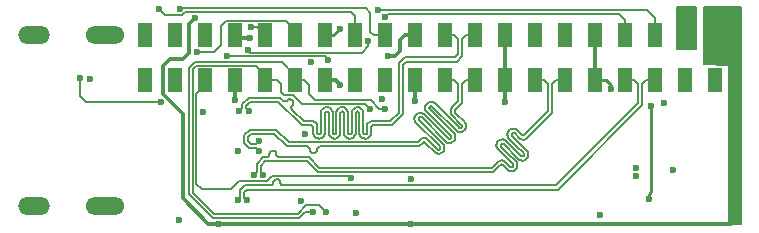
<source format=gbr>
G04 #@! TF.GenerationSoftware,KiCad,Pcbnew,5.1.4+dfsg1-1~bpo9+1*
G04 #@! TF.CreationDate,2020-03-11T10:38:48+01:00*
G04 #@! TF.ProjectId,krtkl-breakybreaky-hdmi-expansion,6b72746b-6c2d-4627-9265-616b79627265,rev?*
G04 #@! TF.SameCoordinates,Original*
G04 #@! TF.FileFunction,Copper,L4,Bot*
G04 #@! TF.FilePolarity,Positive*
%FSLAX46Y46*%
G04 Gerber Fmt 4.6, Leading zero omitted, Abs format (unit mm)*
G04 Created by KiCad (PCBNEW 5.1.4+dfsg1-1~bpo9+1) date 2020-03-11 10:38:48*
%MOMM*%
%LPD*%
G04 APERTURE LIST*
%ADD10O,2.700000X1.500000*%
%ADD11O,3.300000X1.500000*%
%ADD12R,1.200000X2.000000*%
%ADD13C,0.600000*%
%ADD14C,0.300000*%
%ADD15C,0.254000*%
%ADD16C,0.150000*%
G04 APERTURE END LIST*
D10*
X132180000Y-119740000D03*
X132180000Y-105240000D03*
D11*
X138180000Y-105240000D03*
X138180000Y-119740000D03*
D12*
X151760000Y-109082000D03*
X154300000Y-109082000D03*
X182240000Y-109082000D03*
X187320000Y-109082000D03*
X167000000Y-109082000D03*
X144140000Y-109082000D03*
X174620000Y-109082000D03*
X169540000Y-109082000D03*
X146680000Y-109082000D03*
X184780000Y-109082000D03*
X189860000Y-109082000D03*
X164460000Y-109082000D03*
X161920000Y-109082000D03*
X149220000Y-109082000D03*
X177160000Y-109082000D03*
X179700000Y-109082000D03*
X159380000Y-109082000D03*
X156840000Y-109082000D03*
X172080000Y-109082000D03*
X141600000Y-109082000D03*
X141600000Y-105272000D03*
X159380000Y-105272000D03*
X164460000Y-105272000D03*
X144140000Y-105272000D03*
X151760000Y-105272000D03*
X146680000Y-105272000D03*
X161920000Y-105272000D03*
X154300000Y-105272000D03*
X156840000Y-105272000D03*
X149220000Y-105272000D03*
X167000000Y-105272000D03*
X169540000Y-105272000D03*
X172080000Y-105272000D03*
X174620000Y-105272000D03*
X177160000Y-105272000D03*
X179700000Y-105272000D03*
X182240000Y-105272000D03*
X184780000Y-105272000D03*
X187320000Y-105272000D03*
X189860000Y-105272000D03*
D13*
X183147000Y-116490000D03*
X183157000Y-117180000D03*
X186267000Y-116710000D03*
X136940000Y-109015000D03*
X146490000Y-111800000D03*
X158100000Y-109470000D03*
X149420000Y-115050000D03*
X144470000Y-120870000D03*
X154780000Y-119340000D03*
X164110000Y-117430000D03*
X159440000Y-120310000D03*
X155140000Y-113590000D03*
X185490000Y-110970000D03*
X149220000Y-110740000D03*
X150490000Y-105520000D03*
X155590000Y-107575000D03*
X164470000Y-110820000D03*
X162120000Y-107020000D03*
X161610000Y-110660000D03*
X172080000Y-110940000D03*
X181020000Y-109860000D03*
X180110000Y-120510000D03*
X158080000Y-104720000D03*
X191520000Y-120180000D03*
X191520000Y-120940000D03*
X191520000Y-117860000D03*
X191520000Y-118630000D03*
X191520000Y-119410000D03*
X164079999Y-121239999D03*
X145820000Y-103820000D03*
X190070000Y-103350000D03*
X147830000Y-121235010D03*
X136080000Y-108880000D03*
X142920000Y-110930000D03*
X149560000Y-111640000D03*
X149410000Y-119240000D03*
X150210000Y-119240000D03*
X150800000Y-117060000D03*
X151600000Y-117060000D03*
X151217306Y-115038637D03*
X151217306Y-114238637D03*
X150360000Y-111640000D03*
X142760000Y-103052331D03*
X150510000Y-104580000D03*
X144500000Y-103010000D03*
X145956697Y-106720000D03*
X158990000Y-117370000D03*
X156880000Y-120210000D03*
X160640000Y-111500000D03*
X155840000Y-120200000D03*
X161930000Y-111500000D03*
X161920000Y-103720000D03*
X161290000Y-103140000D03*
X187230000Y-103360000D03*
X157100000Y-107360000D03*
X148520000Y-107031976D03*
X150320000Y-106500000D03*
X160483768Y-105736232D03*
X184257000Y-119120000D03*
X184400000Y-111230000D03*
D14*
X149220000Y-109082000D02*
X149220000Y-110740000D01*
X149298000Y-105350000D02*
X149220000Y-105272000D01*
X157712000Y-109082000D02*
X158100000Y-109470000D01*
X156840000Y-109082000D02*
X157712000Y-109082000D01*
X164460000Y-110810000D02*
X164470000Y-110820000D01*
X164460000Y-109082000D02*
X164460000Y-110810000D01*
X172080000Y-105272000D02*
X172080000Y-109082000D01*
X172080000Y-109082000D02*
X172080000Y-110940000D01*
X179700000Y-105272000D02*
X179700000Y-109082000D01*
X163560000Y-105272000D02*
X163150000Y-105682000D01*
X164460000Y-105272000D02*
X163560000Y-105272000D01*
X163150000Y-105682000D02*
X163150000Y-106580000D01*
X162710000Y-107020000D02*
X162120000Y-107020000D01*
X163150000Y-106580000D02*
X162710000Y-107020000D01*
D15*
X157528000Y-105272000D02*
X158080000Y-104720000D01*
X156840000Y-105272000D02*
X157528000Y-105272000D01*
X180632000Y-109082000D02*
X181020000Y-109470000D01*
X181020000Y-109470000D02*
X181020000Y-109860000D01*
X179700000Y-109082000D02*
X180632000Y-109082000D01*
X149468000Y-105520000D02*
X149220000Y-105272000D01*
D14*
X150490000Y-105520000D02*
X149468000Y-105520000D01*
X191220001Y-121239999D02*
X191520000Y-120940000D01*
X164079999Y-121239999D02*
X191220001Y-121239999D01*
X164079999Y-121239999D02*
X147834989Y-121239999D01*
X147834989Y-121239999D02*
X147830000Y-121235010D01*
X144830000Y-107240000D02*
X143710000Y-107240000D01*
X146935010Y-121235010D02*
X147405736Y-121235010D01*
X145300000Y-104340000D02*
X145300000Y-106770000D01*
X145820000Y-103820000D02*
X145300000Y-104340000D01*
X145300000Y-106770000D02*
X144830000Y-107240000D01*
X144780000Y-111936038D02*
X144780000Y-119080000D01*
X143710000Y-107240000D02*
X143100000Y-107850000D01*
X143100000Y-107850000D02*
X143100000Y-110256038D01*
X143100000Y-110256038D02*
X144780000Y-111936038D01*
X147405736Y-121235010D02*
X147830000Y-121235010D01*
X144780000Y-119080000D02*
X146935010Y-121235010D01*
D16*
X136080000Y-108880000D02*
X136080000Y-110410000D01*
X136080000Y-110410000D02*
X136600000Y-110930000D01*
X136600000Y-110930000D02*
X142920000Y-110930000D01*
X167750000Y-105272000D02*
X167000000Y-105272000D01*
X168095000Y-106877512D02*
X168095000Y-105617000D01*
X163547512Y-107145000D02*
X167827512Y-107145000D01*
X163055000Y-107637512D02*
X163547512Y-107145000D01*
X163055000Y-111817512D02*
X163055000Y-107637512D01*
X162327512Y-112545000D02*
X163055000Y-111817512D01*
X160631702Y-112591654D02*
X160731276Y-112556811D01*
X160542377Y-112647781D02*
X160631702Y-112591654D01*
X160361239Y-113550250D02*
X160365000Y-113516872D01*
X160350145Y-113581954D02*
X160361239Y-113550250D01*
X160332274Y-113610395D02*
X160350145Y-113581954D01*
X160280082Y-113652017D02*
X160308523Y-113634146D01*
X160248378Y-113663111D02*
X160280082Y-113652017D01*
X160149917Y-113652017D02*
X160181621Y-113663111D01*
X160121476Y-113634146D02*
X160149917Y-113652017D01*
X160097725Y-113610395D02*
X160121476Y-113634146D01*
X160079854Y-113581954D02*
X160097725Y-113610395D01*
X160065000Y-113516872D02*
X160068760Y-113550250D01*
X160376811Y-112911276D02*
X160411654Y-112811702D01*
X160053188Y-111739405D02*
X160065000Y-111844237D01*
X160365000Y-113016108D02*
X160376811Y-112911276D01*
X160018345Y-111639831D02*
X160053188Y-111739405D01*
X159798297Y-111419783D02*
X159887622Y-111475910D01*
X160836108Y-112545000D02*
X162327512Y-112545000D01*
X159593891Y-111373128D02*
X159698723Y-111384940D01*
X159536108Y-111373128D02*
X159593891Y-111373128D01*
X160065000Y-111844237D02*
X160065000Y-113516872D01*
X159242377Y-111475910D02*
X159331702Y-111419783D01*
X159111654Y-111639831D02*
X159167781Y-111550506D01*
X160308523Y-113634146D02*
X160332274Y-113610395D01*
X159050145Y-113581954D02*
X159061239Y-113550250D01*
X159032274Y-113610395D02*
X159050145Y-113581954D01*
X159008523Y-113634146D02*
X159032274Y-113610395D01*
X158980082Y-113652017D02*
X159008523Y-113634146D01*
X158948378Y-113663111D02*
X158980082Y-113652017D01*
X158915000Y-113666872D02*
X158948378Y-113663111D01*
X158797725Y-113610395D02*
X158821476Y-113634146D01*
X158765000Y-113516872D02*
X158768760Y-113550250D01*
X158779854Y-113581954D02*
X158797725Y-113610395D01*
X158587622Y-111475910D02*
X158662218Y-111550506D01*
X158398723Y-111384940D02*
X158498297Y-111419783D01*
X158236108Y-111373128D02*
X158293891Y-111373128D01*
X158131276Y-111384940D02*
X158236108Y-111373128D01*
X160467781Y-112722377D02*
X160542377Y-112647781D01*
X157942377Y-111475910D02*
X158031702Y-111419783D01*
X157867781Y-111550506D02*
X157942377Y-111475910D01*
X156118345Y-112811702D02*
X156153188Y-112911276D01*
X159698723Y-111384940D02*
X159798297Y-111419783D01*
X159061239Y-113550250D02*
X159065000Y-113516872D01*
X158293891Y-111373128D02*
X158398723Y-111384940D01*
X154073831Y-111132540D02*
X154035570Y-111180520D01*
X156062218Y-112722377D02*
X156118345Y-112811702D01*
X160731276Y-112556811D02*
X160836108Y-112545000D01*
X156461239Y-113550250D02*
X156465000Y-113516872D01*
X156936108Y-111373128D02*
X156993891Y-111373128D01*
X155987622Y-112647781D02*
X156062218Y-112722377D01*
X157521476Y-113634146D02*
X157549917Y-113652017D01*
X155693891Y-112545000D02*
X155798723Y-112556811D01*
X153997307Y-111228499D02*
X153970681Y-111283789D01*
X156831276Y-111384940D02*
X156936108Y-111373128D01*
X157468760Y-113550250D02*
X157479854Y-113581954D01*
X160181621Y-113663111D02*
X160215000Y-113666872D01*
X154035569Y-111568082D02*
X154142982Y-111675494D01*
X155898297Y-112591654D02*
X155987622Y-112647781D01*
X158768760Y-113550250D02*
X158779854Y-113581954D01*
X153078744Y-110611256D02*
X153126826Y-110649600D01*
X154114114Y-110956054D02*
X154114113Y-111017420D01*
X158881621Y-113663111D02*
X158915000Y-113666872D01*
X156153188Y-112911276D02*
X156165000Y-113016108D01*
X154100457Y-110896224D02*
X154114114Y-110956054D01*
X154035570Y-110792956D02*
X154073831Y-110840934D01*
X155012488Y-112545000D02*
X155693891Y-112545000D01*
X149560000Y-111640000D02*
X149785000Y-111415000D01*
X156465000Y-113516872D02*
X156465000Y-111844237D01*
X153970680Y-111464813D02*
X153997306Y-111520103D01*
X158765000Y-111844237D02*
X158765000Y-113516872D01*
X153271722Y-110794517D02*
X153327012Y-110821143D01*
X154073831Y-110840934D02*
X154100457Y-110896224D01*
X155798723Y-112556811D02*
X155898297Y-112591654D01*
X153835772Y-110677712D02*
X153895601Y-110691367D01*
X153327012Y-110821143D02*
X153386841Y-110834798D01*
X156165000Y-113016108D02*
X156165000Y-113516872D01*
X156168760Y-113550250D02*
X156179854Y-113581954D01*
X156567781Y-111550506D02*
X156642377Y-111475910D01*
X159431276Y-111384940D02*
X159536108Y-111373128D01*
X153957025Y-111404984D02*
X153970680Y-111464813D01*
X153022488Y-110555000D02*
X153078744Y-110611256D01*
X159887622Y-111475910D02*
X159962218Y-111550506D01*
X159065000Y-111844237D02*
X159076811Y-111739405D01*
X158718345Y-111639831D02*
X158753188Y-111739405D01*
X157765000Y-111844237D02*
X157776811Y-111739405D01*
X159331702Y-111419783D02*
X159431276Y-111384940D01*
X154142982Y-111675494D02*
X155012488Y-112545000D01*
X159962218Y-111550506D02*
X160018345Y-111639831D01*
X159076811Y-111739405D02*
X159111654Y-111639831D01*
X158753188Y-111739405D02*
X158765000Y-111844237D01*
X153659285Y-110717992D02*
X153714575Y-110691366D01*
X153126826Y-110659338D02*
X153223744Y-110756256D01*
X156197725Y-113610395D02*
X156221476Y-113634146D01*
X156408523Y-113634146D02*
X156432274Y-113610395D01*
X149785000Y-111415000D02*
X149785000Y-111127512D01*
X156731702Y-111419783D02*
X156831276Y-111384940D01*
X149785000Y-111127512D02*
X150357512Y-110555000D01*
X153126826Y-110649600D02*
X153126826Y-110659338D01*
X156179854Y-113581954D02*
X156197725Y-113610395D01*
X153950891Y-110717993D02*
X153998870Y-110756256D01*
X168095000Y-105617000D02*
X167750000Y-105272000D01*
X157776811Y-111739405D02*
X157811654Y-111639831D01*
X153386841Y-110834798D02*
X153448209Y-110834799D01*
X153448209Y-110834799D02*
X153508038Y-110821144D01*
X153970681Y-111283789D02*
X153957026Y-111343618D01*
X154100458Y-111077250D02*
X154073831Y-111132540D01*
X154114113Y-111017420D02*
X154100458Y-111077250D01*
X153508038Y-110821144D02*
X153563328Y-110794518D01*
X153895601Y-110691367D02*
X153950891Y-110717993D01*
X156476811Y-111739405D02*
X156511654Y-111639831D01*
X157708523Y-113634146D02*
X157732274Y-113610395D01*
X167827512Y-107145000D02*
X168095000Y-106877512D01*
X153563328Y-110794518D02*
X153659285Y-110717992D01*
X153957026Y-111343618D02*
X153957025Y-111404984D01*
X157615000Y-113666872D02*
X157648378Y-113663111D01*
X158498297Y-111419783D02*
X158587622Y-111475910D01*
X153774404Y-110677711D02*
X153835772Y-110677712D01*
X160411654Y-112811702D02*
X160467781Y-112722377D01*
X156380082Y-113652017D02*
X156408523Y-113634146D01*
X159167781Y-111550506D02*
X159242377Y-111475910D01*
X157761239Y-113550250D02*
X157765000Y-113516872D01*
X158849917Y-113652017D02*
X158881621Y-113663111D01*
X156165000Y-113516872D02*
X156168760Y-113550250D01*
X158821476Y-113634146D02*
X158849917Y-113652017D01*
X156432274Y-113610395D02*
X156450145Y-113581954D01*
X157479854Y-113581954D02*
X157497725Y-113610395D01*
X156221476Y-113634146D02*
X156249917Y-113652017D01*
X150357512Y-110555000D02*
X153022488Y-110555000D01*
X156249917Y-113652017D02*
X156281621Y-113663111D01*
X156281621Y-113663111D02*
X156315000Y-113666872D01*
X160215000Y-113666872D02*
X160248378Y-113663111D01*
X158031702Y-111419783D02*
X158131276Y-111384940D01*
X156315000Y-113666872D02*
X156348378Y-113663111D01*
X156348378Y-113663111D02*
X156380082Y-113652017D01*
X153998870Y-110756256D02*
X154035570Y-110792956D01*
X156450145Y-113581954D02*
X156461239Y-113550250D01*
X160365000Y-113516872D02*
X160365000Y-113016108D01*
X154035570Y-111180520D02*
X153997307Y-111228499D01*
X156465000Y-111844237D02*
X156476811Y-111739405D01*
X156511654Y-111639831D02*
X156567781Y-111550506D01*
X156642377Y-111475910D02*
X156731702Y-111419783D01*
X156993891Y-111373128D02*
X157098723Y-111384940D01*
X153223744Y-110756256D02*
X153271722Y-110794517D01*
X157098723Y-111384940D02*
X157198297Y-111419783D01*
X157198297Y-111419783D02*
X157287622Y-111475910D01*
X159065000Y-113516872D02*
X159065000Y-111844237D01*
X158662218Y-111550506D02*
X158718345Y-111639831D01*
X157287622Y-111475910D02*
X157362218Y-111550506D01*
X157418345Y-111639831D02*
X157453188Y-111739405D01*
X157453188Y-111739405D02*
X157465000Y-111844237D01*
X153997306Y-111520103D02*
X154035569Y-111568082D01*
X157765000Y-113516872D02*
X157765000Y-111844237D01*
X157465000Y-111844237D02*
X157465000Y-113516872D01*
X157362218Y-111550506D02*
X157418345Y-111639831D01*
X157465000Y-113516872D02*
X157468760Y-113550250D01*
X157497725Y-113610395D02*
X157521476Y-113634146D01*
X153714575Y-110691366D02*
X153774404Y-110677711D01*
X157549917Y-113652017D02*
X157581621Y-113663111D01*
X157811654Y-111639831D02*
X157867781Y-111550506D01*
X157581621Y-113663111D02*
X157615000Y-113666872D01*
X157648378Y-113663111D02*
X157680082Y-113652017D01*
X160068760Y-113550250D02*
X160079854Y-113581954D01*
X157680082Y-113652017D02*
X157708523Y-113634146D01*
X157732274Y-113610395D02*
X157750145Y-113581954D01*
X157750145Y-113581954D02*
X157761239Y-113550250D01*
X182990000Y-109082000D02*
X182240000Y-109082000D01*
X183335000Y-109427000D02*
X182990000Y-109082000D01*
X176377512Y-117985000D02*
X183335000Y-111027512D01*
X153292762Y-117985000D02*
X176377512Y-117985000D01*
X153234042Y-117978384D02*
X153292762Y-117985000D01*
X153086451Y-117885647D02*
X153128234Y-117927430D01*
X153055013Y-117835613D02*
X153086451Y-117885647D01*
X153035497Y-117779839D02*
X153055013Y-117835613D01*
X153002748Y-117606626D02*
X153022264Y-117662400D01*
X152402748Y-117835613D02*
X152422264Y-117779839D01*
X152279493Y-117958868D02*
X152329527Y-117927430D01*
X152486451Y-117556592D02*
X152528234Y-117514809D01*
X152223719Y-117978384D02*
X152279493Y-117958868D01*
X149410000Y-119240000D02*
X149635000Y-119015000D01*
X183335000Y-111027512D02*
X183335000Y-109427000D01*
X152929527Y-117514809D02*
X152971310Y-117556592D01*
X152165000Y-117985000D02*
X152223719Y-117978384D01*
X149635000Y-119015000D02*
X149635000Y-118377512D01*
X152371310Y-117885647D02*
X152402748Y-117835613D01*
X152971310Y-117556592D02*
X153002748Y-117606626D01*
X152823719Y-117463855D02*
X152879493Y-117483371D01*
X152329527Y-117927430D02*
X152371310Y-117885647D01*
X150027512Y-117985000D02*
X152165000Y-117985000D01*
X153178268Y-117958868D02*
X153234042Y-117978384D01*
X153128234Y-117927430D02*
X153178268Y-117958868D01*
X149635000Y-118377512D02*
X150027512Y-117985000D01*
X152422264Y-117779839D02*
X152435497Y-117662400D01*
X152455013Y-117606626D02*
X152486451Y-117556592D01*
X152528234Y-117514809D02*
X152578268Y-117483371D01*
X152578268Y-117483371D02*
X152634042Y-117463855D01*
X152692762Y-117457238D02*
X152765000Y-117457238D01*
X152435497Y-117662400D02*
X152455013Y-117606626D01*
X152879493Y-117483371D02*
X152929527Y-117514809D01*
X153022264Y-117662400D02*
X153035497Y-117779839D01*
X152634042Y-117463855D02*
X152692762Y-117457238D01*
X152765000Y-117457238D02*
X152823719Y-117463855D01*
X150172488Y-118335000D02*
X176522488Y-118335000D01*
X176522488Y-118335000D02*
X183685000Y-111172488D01*
X150210000Y-119240000D02*
X149985000Y-119015000D01*
X149985000Y-118522488D02*
X150172488Y-118335000D01*
X184030000Y-109082000D02*
X184780000Y-109082000D01*
X183685000Y-111172488D02*
X183685000Y-109427000D01*
X183685000Y-109427000D02*
X184030000Y-109082000D01*
X149985000Y-119015000D02*
X149985000Y-118522488D01*
X175370000Y-109082000D02*
X174620000Y-109082000D01*
X175715000Y-109427000D02*
X175370000Y-109082000D01*
X175715000Y-111697512D02*
X175715000Y-109427000D01*
X173647830Y-113743677D02*
X173678094Y-113729102D01*
X173581493Y-113751152D02*
X173615083Y-113751151D01*
X173548746Y-113743677D02*
X173581493Y-113751152D01*
X173087619Y-113303558D02*
X173492222Y-113708161D01*
X172910092Y-113192011D02*
X173005140Y-113237783D01*
X172807243Y-113168535D02*
X172910092Y-113192011D01*
X172701747Y-113168536D02*
X172807243Y-113168535D01*
X172598898Y-113192011D02*
X172701747Y-113168536D01*
X172503850Y-113237783D02*
X172598898Y-113192011D01*
X172421371Y-113303558D02*
X172503850Y-113237783D01*
X172380512Y-113344416D02*
X172421371Y-113303558D01*
X172314737Y-113426895D02*
X172380512Y-113344416D01*
X172268965Y-113521943D02*
X172314737Y-113426895D01*
X172554060Y-116425945D02*
X172586807Y-116433420D01*
X172523797Y-116411371D02*
X172554060Y-116425945D01*
X151996400Y-115535025D02*
X152039929Y-115491496D01*
X172497536Y-116390429D02*
X172523797Y-116411371D01*
X171915406Y-115874279D02*
X172010454Y-115920051D01*
X171707062Y-115850804D02*
X171812557Y-115850804D01*
X173506045Y-115514182D02*
X173539635Y-115514182D01*
X171426685Y-115985826D02*
X171509164Y-115920051D01*
X156332488Y-116495000D02*
X170917512Y-116495000D01*
X173492222Y-113708161D02*
X173518484Y-113729102D01*
X152255533Y-115072415D02*
X152313637Y-115052083D01*
X172010454Y-115920051D02*
X172092933Y-115985826D01*
X152203409Y-115105166D02*
X152255533Y-115072415D01*
X152913637Y-115588108D02*
X152974810Y-115595000D01*
X152855533Y-115567776D02*
X152913637Y-115588108D01*
X152803409Y-115535025D02*
X152855533Y-115567776D01*
X152727129Y-115439372D02*
X152759880Y-115491496D01*
X173539635Y-115514182D02*
X173572382Y-115506707D01*
X171812557Y-115850804D02*
X171915406Y-115874279D01*
X152693012Y-115258923D02*
X152706797Y-115381268D01*
X152759880Y-115491496D02*
X152803409Y-115535025D01*
X152313637Y-115052083D02*
X152374810Y-115045190D01*
X173518484Y-113729102D02*
X173548746Y-113743677D01*
X152672680Y-115200819D02*
X152693012Y-115258923D01*
X152974810Y-115595000D02*
X155432488Y-115595000D01*
X152039929Y-115491496D02*
X152072680Y-115439372D01*
X171349726Y-114752376D02*
X171326252Y-114649525D01*
X173005140Y-113237783D02*
X173087619Y-113303558D01*
X151944276Y-115567776D02*
X151996400Y-115535025D01*
X172709668Y-116178296D02*
X171461273Y-114929903D01*
X152706797Y-115381268D02*
X152727129Y-115439372D01*
X152639929Y-115148695D02*
X152672680Y-115200819D01*
X173671896Y-115381919D02*
X173671896Y-115348330D01*
X173628906Y-115259058D02*
X173014923Y-114645075D01*
X150800000Y-117060000D02*
X151025000Y-116835000D01*
X155432488Y-115595000D02*
X156332488Y-116495000D01*
X172730610Y-116204558D02*
X172709668Y-116178296D01*
X172092933Y-115985826D02*
X172497536Y-116390429D01*
X173649848Y-115285320D02*
X173628906Y-115259058D01*
X152072680Y-115439372D02*
X152093012Y-115381268D01*
X171461273Y-114929903D02*
X171395498Y-114847424D01*
X173602645Y-115492133D02*
X173628906Y-115471191D01*
X171509164Y-115920051D02*
X171604212Y-115874279D01*
X152106797Y-115258923D02*
X152127129Y-115200819D01*
X152425000Y-115045190D02*
X152486172Y-115052083D01*
X152127129Y-115200819D02*
X152159880Y-115148695D01*
X171395498Y-114847424D02*
X171349726Y-114752376D01*
X170917512Y-116495000D02*
X171426685Y-115985826D01*
X151025000Y-116835000D02*
X151025000Y-116167512D01*
X152093012Y-115381268D02*
X152106797Y-115258923D01*
X152159880Y-115148695D02*
X152203409Y-115105166D01*
X151597512Y-115595000D02*
X151825000Y-115595000D01*
X152374810Y-115045190D02*
X152425000Y-115045190D01*
X173664422Y-115315583D02*
X173649848Y-115285320D01*
X152486172Y-115052083D02*
X152544276Y-115072415D01*
X152544276Y-115072415D02*
X152596400Y-115105166D01*
X171604212Y-115874279D02*
X171707062Y-115850804D01*
X152596400Y-115105166D02*
X152639929Y-115148695D01*
X172586807Y-116433420D02*
X172620396Y-116433420D01*
X172620396Y-116433420D02*
X172653144Y-116425945D01*
X171990853Y-114111250D02*
X172085901Y-114157022D01*
X173014923Y-114645075D02*
X173014926Y-114645075D01*
X172653144Y-116425945D02*
X172683407Y-116411371D01*
X173615083Y-113751151D02*
X173647830Y-113743677D01*
X172683407Y-116411371D02*
X172709668Y-116390429D01*
X172709668Y-116390429D02*
X172730610Y-116364167D01*
X172730610Y-116364167D02*
X172745184Y-116333904D01*
X172745184Y-116333904D02*
X172752658Y-116301157D01*
X151025000Y-116167512D02*
X151597512Y-115595000D01*
X172752658Y-116301157D02*
X172752658Y-116267568D01*
X171584611Y-114157022D02*
X171679659Y-114111250D01*
X173671896Y-115348330D02*
X173664422Y-115315583D01*
X172752658Y-116267568D02*
X172745184Y-116234821D01*
X172745184Y-116234821D02*
X172730610Y-116204558D01*
X171326252Y-114649525D02*
X171326251Y-114544031D01*
X171349726Y-114441182D02*
X171395498Y-114346134D01*
X172245490Y-113624792D02*
X172268965Y-113521943D01*
X171395498Y-114346134D02*
X171461273Y-114263655D01*
X171461273Y-114263655D02*
X171502132Y-114222797D01*
X171502132Y-114222797D02*
X171584611Y-114157022D01*
X171679659Y-114111250D02*
X171782508Y-114087775D01*
X171782508Y-114087775D02*
X171888004Y-114087774D01*
X171888004Y-114087774D02*
X171990853Y-114111250D01*
X173416774Y-115471191D02*
X173443035Y-115492133D01*
X173443035Y-115492133D02*
X173473298Y-115506707D01*
X171326251Y-114544031D02*
X171349726Y-114441182D01*
X173473298Y-115506707D02*
X173506045Y-115514182D01*
X172314737Y-113928185D02*
X172268965Y-113833137D01*
X173572382Y-115506707D02*
X173602645Y-115492133D01*
X173628906Y-115471191D02*
X173649848Y-115444929D01*
X173678094Y-113729102D02*
X173704354Y-113708161D01*
X173649848Y-115444929D02*
X173664422Y-115414666D01*
X172085901Y-114157022D02*
X172168380Y-114222797D01*
X172400943Y-114031092D02*
X172380512Y-114010664D01*
X173704354Y-113708161D02*
X175715000Y-111697512D01*
X151825000Y-115595000D02*
X151886172Y-115588108D01*
X173664422Y-115414666D02*
X173671896Y-115381919D01*
X173014926Y-114645075D02*
X172400943Y-114031092D01*
X172168380Y-114222797D02*
X173416774Y-115471191D01*
X172380512Y-114010664D02*
X172314737Y-113928185D01*
X151886172Y-115588108D02*
X151944276Y-115567776D01*
X172268965Y-113833137D02*
X172245491Y-113730286D01*
X172245491Y-113730286D02*
X172245490Y-113624792D01*
X171653743Y-116253743D02*
X171680004Y-116232801D01*
X171710267Y-116218227D02*
X171743015Y-116210752D01*
X173848934Y-114041852D02*
X173931413Y-113976077D01*
X172759198Y-116769893D02*
X172854246Y-116724120D01*
X171743015Y-116210752D02*
X171776604Y-116210752D01*
X171809351Y-116218227D02*
X171839614Y-116232801D01*
X172448004Y-116769893D02*
X172550854Y-116793367D01*
X172550854Y-116793367D02*
X172656349Y-116793367D01*
X173753885Y-114087626D02*
X173848934Y-114041852D01*
X171680004Y-116232801D02*
X171710267Y-116218227D01*
X172737700Y-113528485D02*
X172771290Y-113528484D01*
X172854246Y-116724120D02*
X172936725Y-116658345D01*
X173112606Y-116337110D02*
X173112606Y-116231615D01*
X171708248Y-114516974D02*
X171729189Y-114490714D01*
X173112606Y-116231615D02*
X173089131Y-116128765D01*
X172343172Y-115316829D02*
X171729189Y-114702846D01*
X173575588Y-115874130D02*
X173678437Y-115850655D01*
X172352956Y-116724120D02*
X172448004Y-116769893D01*
X171693673Y-114646322D02*
X171686198Y-114613575D01*
X171062488Y-116845000D02*
X171653743Y-116253743D01*
X151742488Y-115945000D02*
X155287512Y-115945000D01*
X151375000Y-116312488D02*
X151742488Y-115945000D01*
X171686198Y-114613575D02*
X171686198Y-114579985D01*
X173951842Y-113955649D02*
X176065000Y-111842488D01*
X171686198Y-114579985D02*
X171693673Y-114547238D01*
X176410000Y-109082000D02*
X177160000Y-109082000D01*
X171755451Y-114469772D02*
X171785715Y-114455197D01*
X151600000Y-117060000D02*
X151375000Y-116835000D01*
X171785715Y-114455197D02*
X171818461Y-114447724D01*
X171852051Y-114447723D02*
X171884797Y-114455198D01*
X172977584Y-115951238D02*
X172343172Y-115316826D01*
X173043359Y-116535007D02*
X173089131Y-116439959D01*
X171884797Y-114455198D02*
X171915061Y-114469771D01*
X172612912Y-113727083D02*
X172605437Y-113694336D01*
X171915061Y-114469771D02*
X171941323Y-114490713D01*
X171941323Y-114490713D02*
X173189716Y-115739108D01*
X173189716Y-115739108D02*
X173272195Y-115804883D01*
X172804036Y-113535959D02*
X172834300Y-113550532D01*
X171839614Y-116232801D02*
X171865875Y-116253743D01*
X173367243Y-115850655D02*
X173470093Y-115874130D01*
X173470093Y-115874130D02*
X173575588Y-115874130D01*
X173043359Y-116033717D02*
X172977584Y-115951238D01*
X171818461Y-114447724D02*
X171852051Y-114447723D01*
X173855964Y-115739108D02*
X173896823Y-115698248D01*
X174008370Y-115520721D02*
X174031845Y-115417872D01*
X173347644Y-114041852D02*
X173442691Y-114087626D01*
X173651037Y-114111099D02*
X173753885Y-114087626D01*
X171729189Y-114490714D02*
X171755451Y-114469772D01*
X176065000Y-111842488D02*
X176065000Y-109427000D01*
X171776604Y-116210752D02*
X171809351Y-116218227D01*
X176065000Y-109427000D02*
X176410000Y-109082000D01*
X173773485Y-115804883D02*
X173855964Y-115739108D01*
X172605437Y-113660746D02*
X172612912Y-113627999D01*
X173545541Y-114111100D02*
X173651037Y-114111099D01*
X172648428Y-113783607D02*
X172627487Y-113757345D01*
X173265165Y-113976077D02*
X173347644Y-114041852D01*
X173442691Y-114087626D02*
X173545541Y-114111100D01*
X171865875Y-116253743D02*
X172270477Y-116658345D01*
X174031845Y-115312377D02*
X174008370Y-115209527D01*
X156187512Y-116845000D02*
X171062488Y-116845000D01*
X172936725Y-116658345D02*
X172977584Y-116617486D01*
X172860562Y-113571474D02*
X173265165Y-113976077D01*
X173089131Y-116128765D02*
X173043359Y-116033717D01*
X172270477Y-116658345D02*
X172352956Y-116724120D01*
X171708248Y-114676584D02*
X171693673Y-114646322D01*
X172605437Y-113694336D02*
X172605437Y-113660746D01*
X172834300Y-113550532D02*
X172860562Y-113571474D01*
X173272195Y-115804883D02*
X173367243Y-115850655D01*
X172612912Y-113627999D02*
X172627487Y-113597735D01*
X173962598Y-115114479D02*
X173896823Y-115032000D01*
X173896823Y-115032000D02*
X172648428Y-113783607D01*
X172771290Y-113528484D02*
X172804036Y-113535959D01*
X171693673Y-114547238D02*
X171708248Y-114516974D01*
X172627487Y-113757345D02*
X172612912Y-113727083D01*
X172704954Y-113535958D02*
X172737700Y-113528485D01*
X172977584Y-116617486D02*
X173043359Y-116535007D01*
X172648428Y-113571475D02*
X172674690Y-113550533D01*
X172656349Y-116793367D02*
X172759198Y-116769893D01*
X173089131Y-116439959D02*
X173112606Y-116337110D01*
X172627487Y-113597735D02*
X172648428Y-113571475D01*
X174008370Y-115209527D02*
X173962598Y-115114479D01*
X171729189Y-114702846D02*
X171708248Y-114676584D01*
X172343172Y-115316826D02*
X172343172Y-115316829D01*
X173678437Y-115850655D02*
X173773485Y-115804883D01*
X172674690Y-113550533D02*
X172704954Y-113535958D01*
X174031845Y-115417872D02*
X174031845Y-115312377D01*
X173931413Y-113976077D02*
X173951842Y-113955649D01*
X173962598Y-115615769D02*
X174008370Y-115520721D01*
X173896823Y-115698248D02*
X173962598Y-115615769D01*
X155287512Y-115945000D02*
X156187512Y-116845000D01*
X151375000Y-116835000D02*
X151375000Y-116312488D01*
X168410164Y-112971710D02*
X168410164Y-112938121D01*
X165319934Y-111574108D02*
X165296459Y-111471259D01*
X166472173Y-114934975D02*
X166502436Y-114920401D01*
X168277903Y-113103973D02*
X168310650Y-113096499D01*
X168181303Y-113081925D02*
X168211566Y-113096499D01*
X167443519Y-111779840D02*
X167443519Y-111674345D01*
X166138589Y-111044529D02*
X168155042Y-113060982D01*
X166056110Y-110978754D02*
X166138589Y-111044529D01*
X165649868Y-110932982D02*
X165752717Y-110909507D01*
X167421675Y-114001163D02*
X167447936Y-113980220D01*
X165472341Y-111044529D02*
X165554820Y-110978754D01*
X165431481Y-111085388D02*
X165472341Y-111044529D01*
X153752488Y-114325000D02*
X164647512Y-114325000D01*
X166549639Y-114873196D02*
X166564213Y-114842933D01*
X165961062Y-110932982D02*
X166056110Y-110978754D01*
X149945000Y-114352488D02*
X149945000Y-113737512D01*
X168155042Y-113060982D02*
X168181303Y-113081925D01*
X167468878Y-113794349D02*
X167447936Y-113768087D01*
X167490926Y-113857359D02*
X167483452Y-113824612D01*
X167468878Y-113953958D02*
X167483452Y-113923695D01*
X167447936Y-113980220D02*
X167468878Y-113953958D01*
X164938973Y-111828746D02*
X165041824Y-111852220D01*
X165858211Y-110909508D02*
X165961062Y-110932982D01*
X167358665Y-114023211D02*
X167391412Y-114015737D01*
X167325075Y-114023211D02*
X167358665Y-114023211D01*
X164647512Y-114325000D02*
X164861685Y-114110826D01*
X166405837Y-114942449D02*
X166439426Y-114942449D01*
X168310650Y-113096499D02*
X168340913Y-113081925D01*
X167262065Y-114001163D02*
X167292328Y-114015737D01*
X167235804Y-113980220D02*
X167262065Y-114001163D01*
X168388116Y-112875111D02*
X168367174Y-112848849D01*
X168211566Y-113096499D02*
X168244313Y-113103973D01*
X165219351Y-111963767D02*
X167235804Y-113980220D01*
X166564213Y-114842933D02*
X166571687Y-114810186D01*
X166342827Y-114920401D02*
X166373090Y-114934975D01*
X167447936Y-113768087D02*
X166326181Y-112646332D01*
X164446470Y-112588393D02*
X164400696Y-112493346D01*
X164377220Y-112285003D02*
X164400696Y-112182152D01*
X165142062Y-113975804D02*
X165247557Y-113975804D01*
X165039212Y-113999279D02*
X165142062Y-113975804D01*
X165752717Y-110909507D02*
X165858211Y-110909508D01*
X165431483Y-111751634D02*
X165365708Y-111669155D01*
X164861685Y-114110826D02*
X164944164Y-114045051D01*
X165527933Y-114110826D02*
X166316565Y-114899458D01*
X165247557Y-113975804D02*
X165350406Y-113999279D01*
X168340913Y-113081925D02*
X168367174Y-113060982D01*
X168388116Y-113034720D02*
X168402690Y-113004457D01*
X165296459Y-111471259D02*
X165296458Y-111365765D01*
X166571687Y-114810186D02*
X166571687Y-114776597D01*
X166373090Y-114934975D02*
X166405837Y-114942449D01*
X168402690Y-113004457D02*
X168410164Y-112971710D01*
X168367174Y-112848849D02*
X167578541Y-112060216D01*
X164446468Y-112087105D02*
X164512243Y-112004626D01*
X150992306Y-114813637D02*
X150406149Y-114813637D01*
X165554820Y-110978754D02*
X165649868Y-110932982D01*
X151217306Y-115038637D02*
X150992306Y-114813637D01*
X150406149Y-114813637D02*
X149945000Y-114352488D01*
X166528697Y-114899458D02*
X166549639Y-114873196D01*
X164635582Y-111897992D02*
X164730630Y-111852220D01*
X152682488Y-113255000D02*
X153752488Y-114325000D01*
X164377221Y-112390497D02*
X164377220Y-112285003D01*
X168095000Y-109427000D02*
X167750000Y-109082000D01*
X168244313Y-113103973D02*
X168277903Y-113103973D01*
X166316565Y-114899458D02*
X166342827Y-114920401D01*
X149945000Y-113737512D02*
X150427512Y-113255000D01*
X164833479Y-111828745D02*
X164938973Y-111828746D01*
X166528697Y-114687325D02*
X164512245Y-112670872D01*
X165365706Y-111167867D02*
X165431481Y-111085388D01*
X165365708Y-111669155D02*
X165319934Y-111574108D01*
X164400696Y-112493346D02*
X164377221Y-112390497D01*
X166326181Y-112646332D02*
X165451911Y-111772065D01*
X165136872Y-111897992D02*
X165219351Y-111963767D01*
X166571687Y-114776597D02*
X166564213Y-114743850D01*
X166439426Y-114942449D02*
X166472173Y-114934975D01*
X167466994Y-111571495D02*
X167512766Y-111476447D01*
X166564213Y-114743850D02*
X166549639Y-114713587D01*
X166502436Y-114920401D02*
X166528697Y-114899458D01*
X165451911Y-111772065D02*
X165431483Y-111751634D01*
X164400696Y-112182152D02*
X164446468Y-112087105D01*
X167483452Y-113923695D02*
X167490926Y-113890948D01*
X166549639Y-114713587D02*
X166528697Y-114687325D01*
X165296458Y-111365765D02*
X165319934Y-111262914D01*
X164944164Y-114045051D02*
X165039212Y-113999279D01*
X165350406Y-113999279D02*
X165445454Y-114045051D01*
X168410164Y-112938121D02*
X168402690Y-112905374D01*
X164512245Y-112670872D02*
X164446470Y-112588393D01*
X165445454Y-114045051D02*
X165527933Y-114110826D01*
X164512243Y-112004626D02*
X164553103Y-111963767D01*
X165041824Y-111852220D02*
X165136872Y-111897992D01*
X165319934Y-111262914D02*
X165365706Y-111167867D01*
X164553103Y-111963767D02*
X164635582Y-111897992D01*
X167490926Y-113890948D02*
X167490926Y-113857359D01*
X164730630Y-111852220D02*
X164833479Y-111828745D01*
X167483452Y-113824612D02*
X167468878Y-113794349D01*
X167598971Y-111373539D02*
X168095000Y-110877512D01*
X167512766Y-111977737D02*
X167466994Y-111882689D01*
X167466994Y-111882689D02*
X167443519Y-111779840D01*
X167443519Y-111674345D02*
X167466994Y-111571495D01*
X150427512Y-113255000D02*
X152682488Y-113255000D01*
X167512766Y-111476447D02*
X167578541Y-111393968D01*
X167578541Y-111393968D02*
X167598971Y-111373539D01*
X167578541Y-112060216D02*
X167512766Y-111977737D01*
X167750000Y-109082000D02*
X167000000Y-109082000D01*
X168402690Y-112905374D02*
X168388116Y-112875111D01*
X168367174Y-113060982D02*
X168388116Y-113034720D01*
X168095000Y-110877512D02*
X168095000Y-109427000D01*
X167292328Y-114015737D02*
X167325075Y-114023211D01*
X167391412Y-114015737D02*
X167421675Y-114001163D01*
X168790000Y-109082000D02*
X169540000Y-109082000D01*
X168445000Y-111022488D02*
X168445000Y-109427000D01*
X167846458Y-111621028D02*
X168445000Y-111022488D01*
X167825515Y-111647289D02*
X167846458Y-111621028D01*
X167810941Y-111776635D02*
X167803467Y-111743888D01*
X168770112Y-112902169D02*
X168746637Y-112799319D01*
X168700865Y-113205561D02*
X168746637Y-113110513D01*
X168700865Y-112704271D02*
X168635090Y-112621792D01*
X168594232Y-113328899D02*
X168635090Y-113288040D01*
X168416705Y-113440447D02*
X168511753Y-113394674D01*
X168208360Y-113463922D02*
X168313855Y-113463922D01*
X168105511Y-113440447D02*
X168208360Y-113463922D01*
X168010463Y-113394674D02*
X168105511Y-113440447D01*
X165885269Y-111291504D02*
X165911531Y-111312446D01*
X165855007Y-111276929D02*
X165885269Y-111291504D01*
X165788671Y-111269455D02*
X165822259Y-111269456D01*
X165755923Y-111276930D02*
X165788671Y-111269455D01*
X165699399Y-111312445D02*
X165725661Y-111291503D01*
X165678456Y-111338706D02*
X165699399Y-111312445D01*
X165656408Y-111401716D02*
X165663881Y-111368970D01*
X165656408Y-111435306D02*
X165656408Y-111401716D01*
X165663881Y-111468054D02*
X165656408Y-111435306D01*
X165678456Y-111498316D02*
X165663881Y-111468054D01*
X165699399Y-111524577D02*
X165678456Y-111498316D01*
X166697410Y-112522591D02*
X166573666Y-112398847D01*
X166697410Y-112522588D02*
X166697410Y-112522591D01*
X167715852Y-113541030D02*
X166697410Y-112522588D01*
X151217306Y-114238637D02*
X150992306Y-114463637D01*
X165211604Y-114335752D02*
X165244351Y-114343227D01*
X167289122Y-114383160D02*
X167394617Y-114383160D01*
X156352162Y-114681871D02*
X156413150Y-114675000D01*
X166796613Y-114460267D02*
X165778171Y-113441825D01*
X165115004Y-114357801D02*
X165145267Y-114343227D01*
X166369883Y-115302397D02*
X166475378Y-115302397D01*
X166573666Y-112398847D02*
X165699399Y-111524577D01*
X166908160Y-114948988D02*
X166931635Y-114846139D01*
X156198869Y-114778192D02*
X156242267Y-114734794D01*
X155642267Y-115163355D02*
X155694233Y-115196008D01*
X165911531Y-111312446D02*
X167927984Y-113328899D01*
X156166216Y-114830158D02*
X156198869Y-114778192D01*
X168635090Y-112621792D02*
X167846458Y-111833160D01*
X166755755Y-115167375D02*
X166796613Y-115126515D01*
X156145946Y-114888087D02*
X156166216Y-114830158D01*
X168511753Y-113394674D02*
X168594232Y-113328899D01*
X164836685Y-112196168D02*
X164869433Y-112188693D01*
X168635090Y-113288040D02*
X168700865Y-113205561D01*
X150572488Y-113605000D02*
X152537512Y-113605000D01*
X165244351Y-114343227D02*
X165274614Y-114357801D01*
X168746637Y-113110513D02*
X168770112Y-113007664D01*
X156079280Y-115119957D02*
X156111933Y-115067991D01*
X156242267Y-114734794D02*
X156294233Y-114702141D01*
X155983916Y-115196008D02*
X156035882Y-115163355D01*
X165274614Y-114357801D02*
X165300875Y-114378743D01*
X164780161Y-112231683D02*
X164806423Y-112210741D01*
X167803467Y-111710299D02*
X167810941Y-111677552D01*
X156035882Y-115163355D02*
X156079280Y-115119957D01*
X155925987Y-115216278D02*
X155983916Y-115196008D01*
X155865000Y-115223150D02*
X155925987Y-115216278D01*
X166931635Y-114846139D02*
X166931635Y-114740644D01*
X167846458Y-111833160D02*
X167825515Y-111806898D01*
X155258113Y-114681887D02*
X155265000Y-114675000D01*
X155435882Y-114734794D02*
X155479280Y-114778192D01*
X164903021Y-112188694D02*
X164935769Y-112196167D01*
X155545946Y-115010062D02*
X155566216Y-115067991D01*
X150295000Y-113882488D02*
X150572488Y-113605000D01*
X155383916Y-114702141D02*
X155435882Y-114734794D01*
X152537512Y-113605000D02*
X153607512Y-114675000D01*
X153607512Y-114675000D02*
X153668636Y-114681887D01*
X166475378Y-115302397D02*
X166578228Y-115278922D01*
X165178015Y-114335752D02*
X165211604Y-114335752D01*
X155813150Y-115223150D02*
X155865000Y-115223150D01*
X150551125Y-114463637D02*
X150295000Y-114207512D01*
X167827399Y-113718557D02*
X167781627Y-113623509D01*
X150992306Y-114463637D02*
X150551125Y-114463637D01*
X166796613Y-115126515D02*
X166862388Y-115044036D01*
X156111933Y-115067991D02*
X156132203Y-115010062D01*
X167850874Y-113926902D02*
X167850874Y-113821407D01*
X168770112Y-113007664D02*
X168770112Y-112902169D01*
X153668636Y-114681887D02*
X155258113Y-114681887D01*
X164869433Y-112188693D02*
X164903021Y-112188694D01*
X150295000Y-114207512D02*
X150295000Y-113882488D01*
X165725661Y-111291503D02*
X165755923Y-111276930D01*
X164744643Y-112288208D02*
X164759218Y-112257944D01*
X155265000Y-114675000D02*
X155325987Y-114681871D01*
X155325987Y-114681871D02*
X155383916Y-114702141D01*
X165663881Y-111368970D02*
X165678456Y-111338706D01*
X156413150Y-114675000D02*
X164792488Y-114675000D01*
X167927984Y-113328899D02*
X168010463Y-113394674D01*
X155479280Y-114778192D02*
X155511933Y-114830158D01*
X167825515Y-111806898D02*
X167810941Y-111776635D01*
X165088743Y-114378743D02*
X165115004Y-114357801D01*
X167810941Y-111677552D02*
X167825515Y-111647289D01*
X155511933Y-114830158D02*
X155532203Y-114888087D01*
X155566216Y-115067991D02*
X155598869Y-115119957D01*
X156294233Y-114702141D02*
X156352162Y-114681871D01*
X166908160Y-114637794D02*
X166862388Y-114542746D01*
X164744643Y-112387292D02*
X164737170Y-112354544D01*
X164737170Y-112320954D02*
X164744643Y-112288208D01*
X155598869Y-115119957D02*
X155642267Y-115163355D01*
X155532203Y-114888087D02*
X155545946Y-115010062D01*
X167674994Y-114248137D02*
X167715852Y-114207278D01*
X168746637Y-112799319D02*
X168700865Y-112704271D01*
X165145267Y-114343227D02*
X165178015Y-114335752D01*
X167803467Y-111743888D02*
X167803467Y-111710299D01*
X166673276Y-115233150D02*
X166755755Y-115167375D01*
X165822259Y-111269456D02*
X165855007Y-111276929D01*
X155694233Y-115196008D02*
X155752162Y-115216278D01*
X165300875Y-114378743D02*
X166089507Y-115167375D01*
X166089507Y-115167375D02*
X166171986Y-115233150D01*
X167091225Y-114313912D02*
X167186273Y-114359685D01*
X166171986Y-115233150D02*
X166267034Y-115278922D01*
X165778171Y-113441825D02*
X165778172Y-113441829D01*
X164792488Y-114675000D02*
X165088743Y-114378743D01*
X166267034Y-115278922D02*
X166369883Y-115302397D01*
X164806423Y-112210741D02*
X164836685Y-112196168D01*
X168445000Y-109427000D02*
X168790000Y-109082000D01*
X166578228Y-115278922D02*
X166673276Y-115233150D01*
X156132203Y-115010062D02*
X156145946Y-114888087D01*
X165778172Y-113441829D02*
X165654428Y-113318085D01*
X164935769Y-112196167D02*
X164966031Y-112210742D01*
X166931635Y-114740644D02*
X166908160Y-114637794D01*
X166862388Y-114542746D02*
X166796613Y-114460267D01*
X165654428Y-113318085D02*
X164780161Y-112443815D01*
X164780161Y-112443815D02*
X164759218Y-112417554D01*
X164759218Y-112417554D02*
X164744643Y-112387292D01*
X167592515Y-114313912D02*
X167674994Y-114248137D01*
X166862388Y-115044036D02*
X166908160Y-114948988D01*
X164737170Y-112354544D02*
X164737170Y-112320954D01*
X164759218Y-112257944D02*
X164780161Y-112231683D01*
X155752162Y-115216278D02*
X155813150Y-115223150D01*
X164966031Y-112210742D02*
X164992293Y-112231684D01*
X164992293Y-112231684D02*
X167008746Y-114248137D01*
X167008746Y-114248137D02*
X167091225Y-114313912D01*
X167186273Y-114359685D02*
X167289122Y-114383160D01*
X168313855Y-113463922D02*
X168416705Y-113440447D01*
X167394617Y-114383160D02*
X167497467Y-114359685D01*
X167497467Y-114359685D02*
X167592515Y-114313912D01*
X167715852Y-114207278D02*
X167781627Y-114124799D01*
X167781627Y-114124799D02*
X167827399Y-114029751D01*
X167827399Y-114029751D02*
X167850874Y-113926902D01*
X167850874Y-113821407D02*
X167827399Y-113718557D01*
X167781627Y-113623509D02*
X167715852Y-113541030D01*
X159429854Y-111808046D02*
X159447725Y-111779605D01*
X159418760Y-111839750D02*
X159429854Y-111808046D01*
X157100145Y-111808046D02*
X157111239Y-111839750D01*
X159415000Y-113545763D02*
X159415000Y-111873128D01*
X160799917Y-112909854D02*
X160831621Y-112898760D01*
X159312218Y-113839494D02*
X159368345Y-113750169D01*
X158592377Y-113914090D02*
X158681702Y-113970217D01*
X158517781Y-113839494D02*
X158592377Y-113914090D01*
X158415000Y-113545763D02*
X158426811Y-113650595D01*
X155815000Y-113545763D02*
X155826811Y-113650595D01*
X158411239Y-111839750D02*
X158415000Y-111873128D01*
X150135000Y-111272488D02*
X150502488Y-110905000D01*
X160243891Y-114016872D02*
X160348723Y-114005060D01*
X158298378Y-111726889D02*
X158330082Y-111737983D01*
X158265000Y-111723128D02*
X158298378Y-111726889D01*
X158199917Y-111737983D02*
X158231621Y-111726889D01*
X158171476Y-111755854D02*
X158199917Y-111737983D01*
X158147725Y-111779605D02*
X158171476Y-111755854D01*
X158115000Y-111873128D02*
X158118760Y-111839750D01*
X162472488Y-112895000D02*
X163405000Y-111962488D01*
X158115000Y-113545763D02*
X158115000Y-111873128D01*
X158103188Y-113650595D02*
X158115000Y-113545763D01*
X156181276Y-114005060D02*
X156286108Y-114016872D01*
X158012218Y-113839494D02*
X158068345Y-113750169D01*
X157643891Y-114016872D02*
X157748723Y-114005060D01*
X157481276Y-114005060D02*
X157586108Y-114016872D01*
X157381702Y-113970217D02*
X157481276Y-114005060D01*
X160612218Y-113839494D02*
X160668345Y-113750169D01*
X157217781Y-113839494D02*
X157292377Y-113914090D01*
X168445000Y-105617000D02*
X168790000Y-105272000D01*
X155665000Y-112895000D02*
X155698378Y-112898760D01*
X159403188Y-113650595D02*
X159415000Y-113545763D01*
X158461654Y-113750169D02*
X158517781Y-113839494D01*
X158118760Y-111839750D02*
X158129854Y-111808046D01*
X155992377Y-113914090D02*
X156081702Y-113970217D01*
X159447725Y-111779605D02*
X159471476Y-111755854D01*
X158415000Y-111873128D02*
X158415000Y-113545763D01*
X157292377Y-113914090D02*
X157381702Y-113970217D01*
X155782274Y-112951476D02*
X155800145Y-112979917D01*
X158231621Y-111726889D02*
X158265000Y-111723128D01*
X155861654Y-113750169D02*
X155917781Y-113839494D01*
X155826811Y-113650595D02*
X155861654Y-113750169D01*
X156931621Y-111726889D02*
X156965000Y-111723128D01*
X155815000Y-113045000D02*
X155815000Y-113545763D01*
X156815000Y-113545763D02*
X156815000Y-111873128D01*
X156768345Y-113750169D02*
X156803188Y-113650595D01*
X156965000Y-111723128D02*
X156998378Y-111726889D01*
X157115000Y-113545763D02*
X157126811Y-113650595D01*
X158400145Y-111808046D02*
X158411239Y-111839750D01*
X157111239Y-111839750D02*
X157115000Y-111873128D01*
X157586108Y-114016872D02*
X157643891Y-114016872D01*
X154867512Y-112895000D02*
X155665000Y-112895000D01*
X159368345Y-113750169D02*
X159403188Y-113650595D01*
X155698378Y-112898760D02*
X155730082Y-112909854D01*
X159148297Y-113970217D02*
X159237622Y-113914090D01*
X159415000Y-111873128D02*
X159418760Y-111839750D01*
X152877512Y-110905000D02*
X154867512Y-112895000D01*
X159237622Y-113914090D02*
X159312218Y-113839494D01*
X155917781Y-113839494D02*
X155992377Y-113914090D01*
X157937622Y-113914090D02*
X158012218Y-113839494D01*
X156343891Y-114016872D02*
X156448723Y-114005060D01*
X156448723Y-114005060D02*
X156548297Y-113970217D01*
X157848297Y-113970217D02*
X157937622Y-113914090D01*
X157161654Y-113750169D02*
X157217781Y-113839494D01*
X156548297Y-113970217D02*
X156637622Y-113914090D01*
X156637622Y-113914090D02*
X156712218Y-113839494D01*
X155758523Y-112927725D02*
X155782274Y-112951476D01*
X156286108Y-114016872D02*
X156343891Y-114016872D01*
X155811239Y-113011621D02*
X155815000Y-113045000D01*
X156871476Y-111755854D02*
X156899917Y-111737983D01*
X158129854Y-111808046D02*
X158147725Y-111779605D01*
X160668345Y-113750169D02*
X160703188Y-113650595D01*
X158358523Y-111755854D02*
X158382274Y-111779605D01*
X157126811Y-113650595D02*
X157161654Y-113750169D01*
X155800145Y-112979917D02*
X155811239Y-113011621D01*
X150502488Y-110905000D02*
X152877512Y-110905000D01*
X156815000Y-111873128D02*
X156818760Y-111839750D01*
X159711239Y-111839750D02*
X159715000Y-111873128D01*
X158886108Y-114016872D02*
X158943891Y-114016872D01*
X156712218Y-113839494D02*
X156768345Y-113750169D01*
X156998378Y-111726889D02*
X157030082Y-111737983D01*
X156803188Y-113650595D02*
X156815000Y-113545763D01*
X150360000Y-111640000D02*
X150135000Y-111415000D01*
X156818760Y-111839750D02*
X156829854Y-111808046D01*
X158943891Y-114016872D02*
X159048723Y-114005060D01*
X159598378Y-111726889D02*
X159630082Y-111737983D01*
X157748723Y-114005060D02*
X157848297Y-113970217D01*
X158426811Y-113650595D02*
X158461654Y-113750169D01*
X156847725Y-111779605D02*
X156871476Y-111755854D01*
X156829854Y-111808046D02*
X156847725Y-111779605D01*
X156899917Y-111737983D02*
X156931621Y-111726889D01*
X158781276Y-114005060D02*
X158886108Y-114016872D01*
X159761654Y-113750169D02*
X159817781Y-113839494D01*
X158382274Y-111779605D02*
X158400145Y-111808046D01*
X150135000Y-111415000D02*
X150135000Y-111272488D01*
X157030082Y-111737983D02*
X157058523Y-111755854D01*
X159892377Y-113914090D02*
X159981702Y-113970217D01*
X156081702Y-113970217D02*
X156181276Y-114005060D01*
X160715000Y-113045000D02*
X160718760Y-113011621D01*
X157115000Y-111873128D02*
X157115000Y-113545763D01*
X159471476Y-111755854D02*
X159499917Y-111737983D01*
X159499917Y-111737983D02*
X159531621Y-111726889D01*
X159531621Y-111726889D02*
X159565000Y-111723128D01*
X159565000Y-111723128D02*
X159598378Y-111726889D01*
X159630082Y-111737983D02*
X159658523Y-111755854D01*
X159658523Y-111755854D02*
X159682274Y-111779605D01*
X159682274Y-111779605D02*
X159700145Y-111808046D01*
X159700145Y-111808046D02*
X159711239Y-111839750D01*
X159715000Y-111873128D02*
X159715000Y-113545763D01*
X159715000Y-113545763D02*
X159726811Y-113650595D01*
X155730082Y-112909854D02*
X155758523Y-112927725D01*
X159817781Y-113839494D02*
X159892377Y-113914090D01*
X159981702Y-113970217D02*
X160081276Y-114005060D01*
X160348723Y-114005060D02*
X160448297Y-113970217D01*
X160448297Y-113970217D02*
X160537622Y-113914090D01*
X160537622Y-113914090D02*
X160612218Y-113839494D01*
X160186108Y-114016872D02*
X160243891Y-114016872D01*
X168445000Y-107022488D02*
X168445000Y-105617000D01*
X160703188Y-113650595D02*
X160715000Y-113545763D01*
X160715000Y-113545763D02*
X160715000Y-113045000D01*
X160718760Y-113011621D02*
X160729854Y-112979917D01*
X160729854Y-112979917D02*
X160747725Y-112951476D01*
X163405000Y-111962488D02*
X163405000Y-107782488D01*
X160747725Y-112951476D02*
X160771476Y-112927725D01*
X160771476Y-112927725D02*
X160799917Y-112909854D01*
X160865000Y-112895000D02*
X162472488Y-112895000D01*
X159726811Y-113650595D02*
X159761654Y-113750169D01*
X163405000Y-107782488D02*
X163692488Y-107495000D01*
X160081276Y-114005060D02*
X160186108Y-114016872D01*
X163692488Y-107495000D02*
X167972488Y-107495000D01*
X158068345Y-113750169D02*
X158103188Y-113650595D01*
X167972488Y-107495000D02*
X168445000Y-107022488D01*
X168790000Y-105272000D02*
X169540000Y-105272000D01*
X157058523Y-111755854D02*
X157082274Y-111779605D01*
X157082274Y-111779605D02*
X157100145Y-111808046D01*
X159048723Y-114005060D02*
X159148297Y-113970217D01*
X158330082Y-111737983D02*
X158358523Y-111755854D01*
X158681702Y-113970217D02*
X158781276Y-114005060D01*
X160831621Y-112898760D02*
X160865000Y-112895000D01*
X144985001Y-103294999D02*
X159004999Y-103294999D01*
X159380000Y-103670000D02*
X159380000Y-105272000D01*
X159004999Y-103294999D02*
X159380000Y-103670000D01*
X144690000Y-103590000D02*
X144985001Y-103294999D01*
X143297669Y-103590000D02*
X144690000Y-103590000D01*
X142760000Y-103052331D02*
X143297669Y-103590000D01*
X151068000Y-104580000D02*
X151760000Y-105272000D01*
X150510000Y-104580000D02*
X151068000Y-104580000D01*
X160660000Y-103380000D02*
X160250000Y-102970000D01*
X160660000Y-104980000D02*
X160660000Y-103380000D01*
X161920000Y-105272000D02*
X160952000Y-105272000D01*
X160952000Y-105272000D02*
X160660000Y-104980000D01*
X144790000Y-102970000D02*
X144710000Y-103050000D01*
X160250000Y-102970000D02*
X145120000Y-102970000D01*
X145120000Y-102970000D02*
X144790000Y-102970000D01*
X146102342Y-106680000D02*
X145956697Y-106825645D01*
X148000000Y-106090000D02*
X147410000Y-106680000D01*
X148000000Y-104490000D02*
X148000000Y-106090000D01*
X147410000Y-106680000D02*
X146102342Y-106680000D01*
X154300000Y-105272000D02*
X154300000Y-104872000D01*
X154300000Y-104872000D02*
X153474999Y-104046999D01*
X153474999Y-104046999D02*
X148443001Y-104046999D01*
X148443001Y-104046999D02*
X148000000Y-104490000D01*
X146680000Y-109482000D02*
X145930000Y-110232000D01*
X146680000Y-109082000D02*
X146680000Y-109482000D01*
X145930000Y-110232000D02*
X145930000Y-117220000D01*
X146360000Y-118300000D02*
X145930000Y-117870000D01*
X148840000Y-118300000D02*
X146360000Y-118300000D01*
X158990000Y-117370000D02*
X158765010Y-117145010D01*
X145930000Y-117870000D02*
X145930000Y-117220000D01*
X158765010Y-117145010D02*
X152334990Y-117145010D01*
X152334990Y-117145010D02*
X151894999Y-117585001D01*
X149554999Y-117585001D02*
X148840000Y-118300000D01*
X151894999Y-117585001D02*
X149554999Y-117585001D01*
X156344999Y-119674999D02*
X155222003Y-119674999D01*
X155222003Y-119674999D02*
X154487012Y-120409990D01*
X156880000Y-120210000D02*
X156344999Y-119674999D01*
X146725011Y-119714989D02*
X146775023Y-119765001D01*
X147420012Y-120409990D02*
X146725011Y-119714989D01*
X154487012Y-120409990D02*
X147420012Y-120409990D01*
X145899999Y-107856999D02*
X145620011Y-108136987D01*
X151760000Y-108682000D02*
X150934999Y-107856999D01*
X150934999Y-107856999D02*
X145899999Y-107856999D01*
X145620011Y-108136987D02*
X145620011Y-118609989D01*
X151760000Y-109082000D02*
X151760000Y-108682000D01*
X145620011Y-118609989D02*
X146725011Y-119714989D01*
X160640000Y-111490000D02*
X160640000Y-111500000D01*
X153070000Y-109410000D02*
X153070000Y-110070000D01*
X151760000Y-109082000D02*
X152742000Y-109082000D01*
X152742000Y-109082000D02*
X153070000Y-109410000D01*
X153367150Y-110367150D02*
X154137150Y-110367150D01*
X153070000Y-110070000D02*
X153367150Y-110367150D01*
X160223118Y-111073118D02*
X160640000Y-111490000D01*
X154843118Y-111073118D02*
X154137150Y-110367150D01*
X157983118Y-111073118D02*
X154843118Y-111073118D01*
X156782698Y-111073118D02*
X157983118Y-111073118D01*
X157983118Y-111073118D02*
X160223118Y-111073118D01*
X146775744Y-120190000D02*
X146707872Y-120122128D01*
X147295744Y-120710000D02*
X146707872Y-120122128D01*
X155157002Y-120200000D02*
X154647002Y-120710000D01*
X155840000Y-120200000D02*
X155157002Y-120200000D01*
X154647002Y-120710000D02*
X147295744Y-120710000D01*
X154300000Y-108682000D02*
X154300000Y-109082000D01*
X153174988Y-107556988D02*
X154300000Y-108682000D01*
X145775731Y-107556988D02*
X153174988Y-107556988D01*
X145320000Y-108012719D02*
X145775731Y-107556988D01*
X145320000Y-118734257D02*
X145320000Y-108012719D01*
X146707872Y-120122128D02*
X145320000Y-118734257D01*
X155050000Y-109082000D02*
X155430000Y-109462000D01*
X154300000Y-109082000D02*
X155050000Y-109082000D01*
X155430000Y-109462000D02*
X155430000Y-110260000D01*
X155430000Y-110260000D02*
X155943109Y-110773109D01*
X161417002Y-111500000D02*
X161930000Y-111500000D01*
X155943109Y-110773109D02*
X160690111Y-110773109D01*
X160690111Y-110773109D02*
X161417002Y-111500000D01*
X162180000Y-103460000D02*
X181710000Y-103460000D01*
X182240000Y-103990000D02*
X182240000Y-105272000D01*
X181710000Y-103460000D02*
X182240000Y-103990000D01*
X161920000Y-103720000D02*
X162180000Y-103460000D01*
X161300000Y-103150000D02*
X161290000Y-103140000D01*
X184780000Y-103830000D02*
X184100000Y-103150000D01*
X184100000Y-103150000D02*
X161300000Y-103150000D01*
X184780000Y-105272000D02*
X184780000Y-103830000D01*
X157100000Y-107360000D02*
X156790000Y-107050000D01*
X148962288Y-107050000D02*
X148944264Y-107031976D01*
X156790000Y-107050000D02*
X148962288Y-107050000D01*
X148944264Y-107031976D02*
X148520000Y-107031976D01*
X159917002Y-106740000D02*
X160483768Y-106173234D01*
X150470000Y-106740000D02*
X159917002Y-106740000D01*
X160483768Y-106173234D02*
X160483768Y-105736232D01*
X150350000Y-106620000D02*
X150470000Y-106740000D01*
D15*
X184257000Y-118695736D02*
X184400000Y-118552736D01*
X184257000Y-119120000D02*
X184257000Y-118695736D01*
X184400000Y-118552736D02*
X184400000Y-111230000D01*
D16*
G36*
X192004005Y-121235000D02*
G01*
X190998510Y-121235000D01*
X191045000Y-107830260D01*
X191043609Y-107815623D01*
X191039390Y-107801539D01*
X191032504Y-107788549D01*
X191023217Y-107777151D01*
X191011884Y-107767785D01*
X190998941Y-107760809D01*
X190984887Y-107756492D01*
X190970529Y-107755002D01*
X188920141Y-107740529D01*
X188929299Y-102877331D01*
X192004004Y-102877331D01*
X192004005Y-121235000D01*
X192004005Y-121235000D01*
G37*
X192004005Y-121235000D02*
X190998510Y-121235000D01*
X191045000Y-107830260D01*
X191043609Y-107815623D01*
X191039390Y-107801539D01*
X191032504Y-107788549D01*
X191023217Y-107777151D01*
X191011884Y-107767785D01*
X190998941Y-107760809D01*
X190984887Y-107756492D01*
X190970529Y-107755002D01*
X188920141Y-107740529D01*
X188929299Y-102877331D01*
X192004004Y-102877331D01*
X192004005Y-121235000D01*
G36*
X188225000Y-106455418D02*
G01*
X186584814Y-106464581D01*
X186575934Y-102877331D01*
X188225000Y-102877331D01*
X188225000Y-106455418D01*
X188225000Y-106455418D01*
G37*
X188225000Y-106455418D02*
X186584814Y-106464581D01*
X186575934Y-102877331D01*
X188225000Y-102877331D01*
X188225000Y-106455418D01*
M02*

</source>
